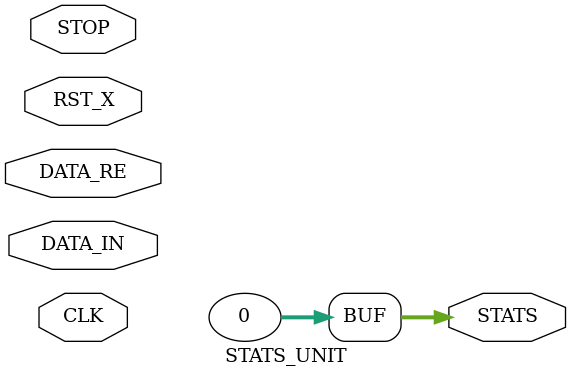
<source format=sv>

module STATS_UNIT (
    input  logic         CLK, RST_X,
    input  logic         STOP,
    input  logic [15: 0] DATA_IN,
    input  logic         DATA_RE,
    output logic [31: 0] STATS);

    // Write some code if you want to get the statistics of RNG_UNIT/DATA_OUT.
    // If not needed, you can leave this file unchanged.
    assign STATS = 0;
endmodule
</source>
